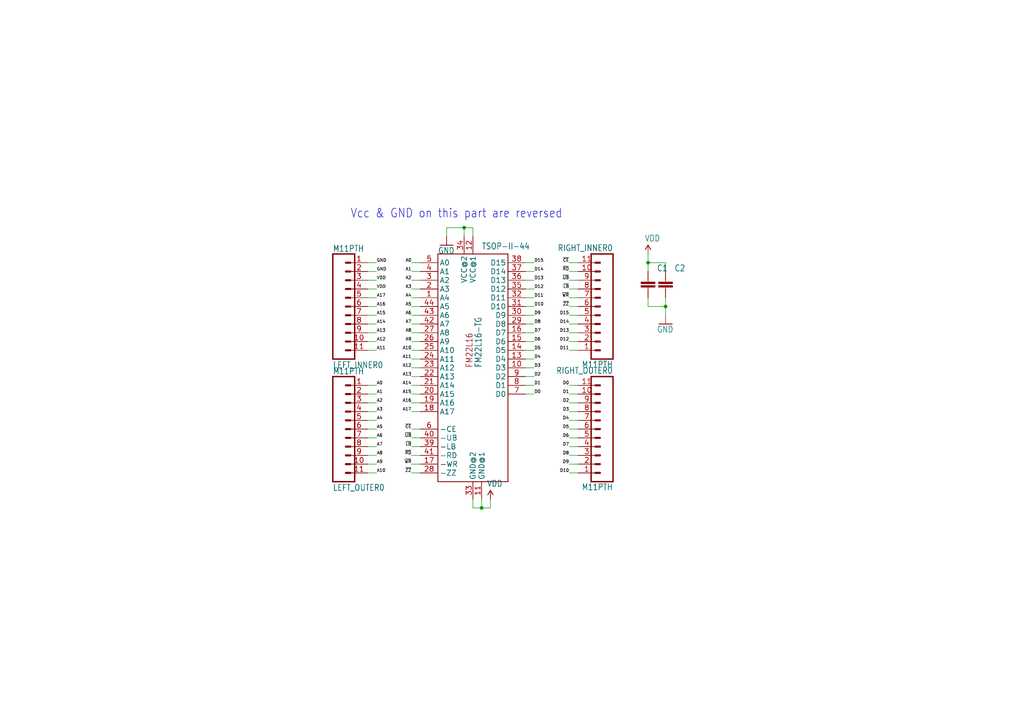
<source format=kicad_sch>
(kicad_sch (version 20250114) (generator "eeschema") (generator_version "9.0")
  (paper "A4")
  (lib_symbols
    (symbol "TSOP-II-44_v3_E6.6-eagle-import:CAPACITOR_NPOL-0603"
      (property "Reference" "C" (at 2.54 5.08 0))
      (symbol "CAPACITOR_NPOL-0603_1_0"
        (rectangle (start -2.032 1.524) (end 2.032 2.032) (fill (type outline)))
        (rectangle (start -2.032 0.508) (end 2.032 1.016) (fill (type outline)))
        (polyline (pts (xy 0 2.54) (xy 0 2.032)) (stroke (width 0.1524)))
        (polyline (pts (xy 0 0) (xy 0 0.508)) (stroke (width 0.1524)))
        (pin passive line (at 0 5.08 270) (length 2.54) (name "1") (number "1"))
        (pin passive line (at 0 -2.54 90) (length 2.54) (name "2") (number "2"))
      )
    )
    (symbol "TSOP-II-44_v3_E6.6-eagle-import:FM22L16-TG"
      (property "Reference" "IC" (at 2.54 24.13 0))
      (symbol "FM22L16-TG_1_0"
        (polyline (pts (xy -10.16 22.86) (xy -10.16 -43.18)) (stroke (width 0.254)))
        (polyline (pts (xy -10.16 -43.18) (xy 10.16 -43.18)) (stroke (width 0.254)))
        (polyline (pts (xy 10.16 22.86) (xy -10.16 22.86)) (stroke (width 0.254)))
        (polyline (pts (xy 10.16 -43.18) (xy 10.16 22.86)) (stroke (width 0.254)))
        (text "FM22L16" (at 0 -10.16 900) (effects (font (size 1.778 1.5113)) (justify left bottom)))
        (pin input line (at -15.24 20.32 0) (length 5.08) (name "A0") (number "5"))
        (pin input line (at -15.24 17.78 0) (length 5.08) (name "A1") (number "4"))
        (pin input line (at -15.24 15.24 0) (length 5.08) (name "A2") (number "3"))
        (pin input line (at -15.24 12.7 0) (length 5.08) (name "A3") (number "2"))
        (pin input line (at -15.24 10.16 0) (length 5.08) (name "A4") (number "1"))
        (pin input line (at -15.24 7.62 0) (length 5.08) (name "A5") (number "44"))
        (pin input line (at -15.24 5.08 0) (length 5.08) (name "A6") (number "43"))
        (pin input line (at -15.24 2.54 0) (length 5.08) (name "A7") (number "42"))
        (pin input line (at -15.24 0 0) (length 5.08) (name "A8") (number "27"))
        (pin input line (at -15.24 -2.54 0) (length 5.08) (name "A9") (number "26"))
        (pin input line (at -15.24 -5.08 0) (length 5.08) (name "A10") (number "25"))
        (pin input line (at -15.24 -7.62 0) (length 5.08) (name "A11") (number "24"))
        (pin input line (at -15.24 -10.16 0) (length 5.08) (name "A12") (number "23"))
        (pin input line (at -15.24 -12.7 0) (length 5.08) (name "A13") (number "22"))
        (pin input line (at -15.24 -15.24 0) (length 5.08) (name "A14") (number "21"))
        (pin input line (at -15.24 -17.78 0) (length 5.08) (name "A15") (number "20"))
        (pin input line (at -15.24 -20.32 0) (length 5.08) (name "A16") (number "19"))
        (pin input line (at -15.24 -22.86 0) (length 5.08) (name "A17") (number "18"))
        (pin input line (at -15.24 -27.94 0) (length 5.08) (name "-CE") (number "6"))
        (pin input line (at -15.24 -30.48 0) (length 5.08) (name "-UB") (number "40"))
        (pin input line (at -15.24 -33.02 0) (length 5.08) (name "-LB") (number "39"))
        (pin input line (at -15.24 -35.56 0) (length 5.08) (name "-RD") (number "41"))
        (pin input line (at -15.24 -38.1 0) (length 5.08) (name "-WR") (number "17"))
        (pin input line (at -15.24 -40.64 0) (length 5.08) (name "-ZZ") (number "28"))
        (pin power_in line (at -2.54 27.94 270) (length 5.08) (name "VCC@2") (number "34"))
        (pin power_in line (at 0 27.94 270) (length 5.08) (name "VCC@1") (number "12"))
        (pin power_in line (at 0 -48.26 90) (length 5.08) (name "GND@2") (number "33"))
        (pin power_in line (at 2.54 -48.26 90) (length 5.08) (name "GND@1") (number "11"))
        (pin bidirectional line (at 15.24 20.32 180) (length 5.08) (name "D15") (number "38"))
        (pin bidirectional line (at 15.24 17.78 180) (length 5.08) (name "D14") (number "37"))
        (pin bidirectional line (at 15.24 15.24 180) (length 5.08) (name "D13") (number "36"))
        (pin bidirectional line (at 15.24 12.7 180) (length 5.08) (name "D12") (number "35"))
        (pin bidirectional line (at 15.24 10.16 180) (length 5.08) (name "D11") (number "32"))
        (pin bidirectional line (at 15.24 7.62 180) (length 5.08) (name "D10") (number "31"))
        (pin bidirectional line (at 15.24 5.08 180) (length 5.08) (name "D9") (number "30"))
        (pin bidirectional line (at 15.24 2.54 180) (length 5.08) (name "D8") (number "29"))
        (pin bidirectional line (at 15.24 0 180) (length 5.08) (name "D7") (number "16"))
        (pin bidirectional line (at 15.24 -2.54 180) (length 5.08) (name "D6") (number "15"))
        (pin bidirectional line (at 15.24 -5.08 180) (length 5.08) (name "D5") (number "14"))
        (pin bidirectional line (at 15.24 -7.62 180) (length 5.08) (name "D4") (number "13"))
        (pin bidirectional line (at 15.24 -10.16 180) (length 5.08) (name "D3") (number "10"))
        (pin bidirectional line (at 15.24 -12.7 180) (length 5.08) (name "D2") (number "9"))
        (pin bidirectional line (at 15.24 -15.24 180) (length 5.08) (name "D1") (number "8"))
        (pin bidirectional line (at 15.24 -17.78 180) (length 5.08) (name "D0") (number "7"))
      )
    )
    (symbol "TSOP-II-44_v3_E6.6-eagle-import:GND" (power)
      (symbol "GND_1_0"
        (polyline (pts (xy -1.905 0) (xy 1.905 0)) (stroke (width 0.254)))
        (pin power_in line (at 0 2.54 270) (length 2.54) (name "GND") (number "1"))
      )
    )
    (symbol "TSOP-II-44_v3_E6.6-eagle-import:M11PTH"
      (property "Reference" "JP" (at 0 16.002 0))
      (symbol "M11PTH_1_0"
        (polyline (pts (xy 0 15.24) (xy 0 -15.24)) (stroke (width 0.4064)))
        (polyline (pts (xy 0 15.24) (xy 6.35 15.24)) (stroke (width 0.4064)))
        (polyline (pts (xy 3.81 12.7) (xy 5.08 12.7)) (stroke (width 0.6096)))
        (polyline (pts (xy 3.81 10.16) (xy 5.08 10.16)) (stroke (width 0.6096)))
        (polyline (pts (xy 3.81 7.62) (xy 5.08 7.62)) (stroke (width 0.6096)))
        (polyline (pts (xy 3.81 5.08) (xy 5.08 5.08)) (stroke (width 0.6096)))
        (polyline (pts (xy 3.81 2.54) (xy 5.08 2.54)) (stroke (width 0.6096)))
        (polyline (pts (xy 3.81 0) (xy 5.08 0)) (stroke (width 0.6096)))
        (polyline (pts (xy 3.81 -2.54) (xy 5.08 -2.54)) (stroke (width 0.6096)))
        (polyline (pts (xy 3.81 -5.08) (xy 5.08 -5.08)) (stroke (width 0.6096)))
        (polyline (pts (xy 3.81 -7.62) (xy 5.08 -7.62)) (stroke (width 0.6096)))
        (polyline (pts (xy 3.81 -10.16) (xy 5.08 -10.16)) (stroke (width 0.6096)))
        (polyline (pts (xy 3.81 -12.7) (xy 5.08 -12.7)) (stroke (width 0.6096)))
        (polyline (pts (xy 6.35 -15.24) (xy 0 -15.24)) (stroke (width 0.4064)))
        (polyline (pts (xy 6.35 -15.24) (xy 6.35 15.24)) (stroke (width 0.4064)))
        (pin passive line (at 10.16 12.7 180) (length 5.08) (name "11") (number "11"))
        (pin passive line (at 10.16 10.16 180) (length 5.08) (name "10") (number "10"))
        (pin passive line (at 10.16 7.62 180) (length 5.08) (name "9") (number "9"))
        (pin passive line (at 10.16 5.08 180) (length 5.08) (name "8") (number "8"))
        (pin passive line (at 10.16 2.54 180) (length 5.08) (name "7") (number "7"))
        (pin passive line (at 10.16 0 180) (length 5.08) (name "6") (number "6"))
        (pin passive line (at 10.16 -2.54 180) (length 5.08) (name "5") (number "5"))
        (pin passive line (at 10.16 -5.08 180) (length 5.08) (name "4") (number "4"))
        (pin passive line (at 10.16 -7.62 180) (length 5.08) (name "3") (number "3"))
        (pin passive line (at 10.16 -10.16 180) (length 5.08) (name "2") (number "2"))
        (pin passive line (at 10.16 -12.7 180) (length 5.08) (name "1") (number "1"))
      )
    )
    (symbol "TSOP-II-44_v3_E6.6-eagle-import:VDD" (power)
      (symbol "VDD_1_0"
        (polyline (pts (xy 0 2.54) (xy -0.762 1.27)) (stroke (width 0.254)))
        (polyline (pts (xy 0.762 1.27) (xy 0 2.54)) (stroke (width 0.254)))
        (pin power_in line (at 0 0 90) (length 2.54) (name "VDD") (number "1"))
      )
    )
  )
  (text "Vcc & GND on this part are reversed~{}" (at 101.6 63.5 0) (effects (font (size 2.54 2.159)) (justify left bottom)))
  (junction (at 139.7 147.32))
  (junction (at 193.04 88.9))
  (junction (at 187.96 76.2))
  (junction (at 134.62 66.04))
  (wire (pts (xy 187.96 76.2) (xy 193.04 76.2)) (stroke (width 0.1524)))
  (wire (pts (xy 129.54 68.58) (xy 129.54 66.04)) (stroke (width 0.1524)))
  (wire (pts (xy 119.38 127) (xy 121.92 127)) (stroke (width 0.1524)))
  (wire (pts (xy 137.16 66.04) (xy 137.16 68.58)) (stroke (width 0.1524)))
  (wire (pts (xy 119.38 114.3) (xy 121.92 114.3)) (stroke (width 0.1524)))
  (wire (pts (xy 119.38 101.6) (xy 121.92 101.6)) (stroke (width 0.1524)))
  (wire (pts (xy 119.38 88.9) (xy 121.92 88.9)) (stroke (width 0.1524)))
  (wire (pts (xy 119.38 104.14) (xy 121.92 104.14)) (stroke (width 0.1524)))
  (wire (pts (xy 109.22 91.44) (xy 106.68 91.44)) (stroke (width 0.1524)))
  (wire (pts (xy 154.94 88.9) (xy 152.4 88.9)) (stroke (width 0.1524)))
  (wire (pts (xy 134.62 68.58) (xy 134.62 66.04)) (stroke (width 0.1524)))
  (wire (pts (xy 109.22 124.46) (xy 106.68 124.46)) (stroke (width 0.1524)))
  (wire (pts (xy 109.22 116.84) (xy 106.68 116.84)) (stroke (width 0.1524)))
  (wire (pts (xy 119.38 106.68) (xy 121.92 106.68)) (stroke (width 0.1524)))
  (wire (pts (xy 165.1 86.36) (xy 167.64 86.36)) (stroke (width 0.1524)))
  (wire (pts (xy 165.1 129.54) (xy 167.64 129.54)) (stroke (width 0.1524)))
  (wire (pts (xy 109.22 132.08) (xy 106.68 132.08)) (stroke (width 0.1524)))
  (wire (pts (xy 165.1 137.16) (xy 167.64 137.16)) (stroke (width 0.1524)))
  (wire (pts (xy 119.38 78.74) (xy 121.92 78.74)) (stroke (width 0.1524)))
  (wire (pts (xy 154.94 91.44) (xy 152.4 91.44)) (stroke (width 0.1524)))
  (wire (pts (xy 109.22 127) (xy 106.68 127)) (stroke (width 0.1524)))
  (wire (pts (xy 137.16 147.32) (xy 139.7 147.32)) (stroke (width 0.1524)))
  (wire (pts (xy 165.1 88.9) (xy 167.64 88.9)) (stroke (width 0.1524)))
  (wire (pts (xy 165.1 119.38) (xy 167.64 119.38)) (stroke (width 0.1524)))
  (wire (pts (xy 154.94 86.36) (xy 152.4 86.36)) (stroke (width 0.1524)))
  (wire (pts (xy 109.22 114.3) (xy 106.68 114.3)) (stroke (width 0.1524)))
  (wire (pts (xy 165.1 124.46) (xy 167.64 124.46)) (stroke (width 0.1524)))
  (wire (pts (xy 154.94 93.98) (xy 152.4 93.98)) (stroke (width 0.1524)))
  (wire (pts (xy 119.38 116.84) (xy 121.92 116.84)) (stroke (width 0.1524)))
  (wire (pts (xy 109.22 78.74) (xy 106.68 78.74)) (stroke (width 0.1524)))
  (wire (pts (xy 119.38 129.54) (xy 121.92 129.54)) (stroke (width 0.1524)))
  (wire (pts (xy 165.1 101.6) (xy 167.64 101.6)) (stroke (width 0.1524)))
  (wire (pts (xy 119.38 119.38) (xy 121.92 119.38)) (stroke (width 0.1524)))
  (wire (pts (xy 109.22 101.6) (xy 106.68 101.6)) (stroke (width 0.1524)))
  (wire (pts (xy 119.38 99.06) (xy 121.92 99.06)) (stroke (width 0.1524)))
  (wire (pts (xy 109.22 129.54) (xy 106.68 129.54)) (stroke (width 0.1524)))
  (wire (pts (xy 109.22 93.98) (xy 106.68 93.98)) (stroke (width 0.1524)))
  (wire (pts (xy 187.96 73.66) (xy 187.96 76.2)) (stroke (width 0.1524)))
  (wire (pts (xy 109.22 83.82) (xy 106.68 83.82)) (stroke (width 0.1524)))
  (wire (pts (xy 109.22 111.76) (xy 106.68 111.76)) (stroke (width 0.1524)))
  (wire (pts (xy 137.16 144.78) (xy 137.16 147.32)) (stroke (width 0.1524)))
  (wire (pts (xy 165.1 78.74) (xy 167.64 78.74)) (stroke (width 0.1524)))
  (wire (pts (xy 165.1 99.06) (xy 167.64 99.06)) (stroke (width 0.1524)))
  (wire (pts (xy 119.38 93.98) (xy 121.92 93.98)) (stroke (width 0.1524)))
  (wire (pts (xy 165.1 81.28) (xy 167.64 81.28)) (stroke (width 0.1524)))
  (wire (pts (xy 109.22 76.2) (xy 106.68 76.2)) (stroke (width 0.1524)))
  (wire (pts (xy 109.22 134.62) (xy 106.68 134.62)) (stroke (width 0.1524)))
  (wire (pts (xy 109.22 86.36) (xy 106.68 86.36)) (stroke (width 0.1524)))
  (wire (pts (xy 121.92 134.62) (xy 119.38 134.62)) (stroke (width 0.1524)))
  (wire (pts (xy 154.94 99.06) (xy 152.4 99.06)) (stroke (width 0.1524)))
  (wire (pts (xy 165.1 116.84) (xy 167.64 116.84)) (stroke (width 0.1524)))
  (wire (pts (xy 165.1 114.3) (xy 167.64 114.3)) (stroke (width 0.1524)))
  (wire (pts (xy 109.22 88.9) (xy 106.68 88.9)) (stroke (width 0.1524)))
  (wire (pts (xy 154.94 83.82) (xy 152.4 83.82)) (stroke (width 0.1524)))
  (wire (pts (xy 139.7 144.78) (xy 139.7 147.32)) (stroke (width 0.1524)))
  (wire (pts (xy 109.22 137.16) (xy 106.68 137.16)) (stroke (width 0.1524)))
  (wire (pts (xy 121.92 137.16) (xy 119.38 137.16)) (stroke (width 0.1524)))
  (wire (pts (xy 119.38 109.22) (xy 121.92 109.22)) (stroke (width 0.1524)))
  (wire (pts (xy 109.22 81.28) (xy 106.68 81.28)) (stroke (width 0.1524)))
  (wire (pts (xy 193.04 76.2) (xy 193.04 78.74)) (stroke (width 0.1524)))
  (wire (pts (xy 119.38 81.28) (xy 121.92 81.28)) (stroke (width 0.1524)))
  (wire (pts (xy 119.38 111.76) (xy 121.92 111.76)) (stroke (width 0.1524)))
  (wire (pts (xy 119.38 86.36) (xy 121.92 86.36)) (stroke (width 0.1524)))
  (wire (pts (xy 165.1 132.08) (xy 167.64 132.08)) (stroke (width 0.1524)))
  (wire (pts (xy 109.22 99.06) (xy 106.68 99.06)) (stroke (width 0.1524)))
  (wire (pts (xy 165.1 134.62) (xy 167.64 134.62)) (stroke (width 0.1524)))
  (wire (pts (xy 109.22 119.38) (xy 106.68 119.38)) (stroke (width 0.1524)))
  (wire (pts (xy 187.96 86.36) (xy 187.96 88.9)) (stroke (width 0.1524)))
  (wire (pts (xy 154.94 104.14) (xy 152.4 104.14)) (stroke (width 0.1524)))
  (wire (pts (xy 154.94 109.22) (xy 152.4 109.22)) (stroke (width 0.1524)))
  (wire (pts (xy 142.24 144.78) (xy 142.24 147.32)) (stroke (width 0.1524)))
  (wire (pts (xy 142.24 147.32) (xy 139.7 147.32)) (stroke (width 0.1524)))
  (wire (pts (xy 193.04 86.36) (xy 193.04 88.9)) (stroke (width 0.1524)))
  (wire (pts (xy 119.38 124.46) (xy 121.92 124.46)) (stroke (width 0.1524)))
  (wire (pts (xy 154.94 81.28) (xy 152.4 81.28)) (stroke (width 0.1524)))
  (wire (pts (xy 154.94 78.74) (xy 152.4 78.74)) (stroke (width 0.1524)))
  (wire (pts (xy 154.94 76.2) (xy 152.4 76.2)) (stroke (width 0.1524)))
  (wire (pts (xy 154.94 111.76) (xy 152.4 111.76)) (stroke (width 0.1524)))
  (wire (pts (xy 119.38 91.44) (xy 121.92 91.44)) (stroke (width 0.1524)))
  (wire (pts (xy 165.1 96.52) (xy 167.64 96.52)) (stroke (width 0.1524)))
  (wire (pts (xy 165.1 83.82) (xy 167.64 83.82)) (stroke (width 0.1524)))
  (wire (pts (xy 193.04 88.9) (xy 193.04 91.44)) (stroke (width 0.1524)))
  (wire (pts (xy 187.96 88.9) (xy 193.04 88.9)) (stroke (width 0.1524)))
  (wire (pts (xy 129.54 66.04) (xy 134.62 66.04)) (stroke (width 0.1524)))
  (wire (pts (xy 137.16 66.04) (xy 134.62 66.04)) (stroke (width 0.1524)))
  (wire (pts (xy 119.38 96.52) (xy 121.92 96.52)) (stroke (width 0.1524)))
  (wire (pts (xy 165.1 91.44) (xy 167.64 91.44)) (stroke (width 0.1524)))
  (wire (pts (xy 165.1 93.98) (xy 167.64 93.98)) (stroke (width 0.1524)))
  (wire (pts (xy 165.1 111.76) (xy 167.64 111.76)) (stroke (width 0.1524)))
  (wire (pts (xy 121.92 132.08) (xy 119.38 132.08)) (stroke (width 0.1524)))
  (wire (pts (xy 119.38 76.2) (xy 121.92 76.2)) (stroke (width 0.1524)))
  (wire (pts (xy 165.1 121.92) (xy 167.64 121.92)) (stroke (width 0.1524)))
  (wire (pts (xy 165.1 76.2) (xy 167.64 76.2)) (stroke (width 0.1524)))
  (wire (pts (xy 154.94 101.6) (xy 152.4 101.6)) (stroke (width 0.1524)))
  (wire (pts (xy 109.22 96.52) (xy 106.68 96.52)) (stroke (width 0.1524)))
  (wire (pts (xy 109.22 121.92) (xy 106.68 121.92)) (stroke (width 0.1524)))
  (wire (pts (xy 154.94 96.52) (xy 152.4 96.52)) (stroke (width 0.1524)))
  (wire (pts (xy 154.94 106.68) (xy 152.4 106.68)) (stroke (width 0.1524)))
  (wire (pts (xy 187.96 78.74) (xy 187.96 76.2)) (stroke (width 0.1524)))
  (wire (pts (xy 154.94 114.3) (xy 152.4 114.3)) (stroke (width 0.1524)))
  (wire (pts (xy 119.38 83.82) (xy 121.92 83.82)) (stroke (width 0.1524)))
  (wire (pts (xy 165.1 127) (xy 167.64 127)) (stroke (width 0.1524)))
  (label "A7" (at 109.22 129.54 0) (effects (font (size 0.889 0.889))))
  (label "~{WR}" (at 119.38 134.62 180) (effects (font (size 0.889 0.889))))
  (label "D14" (at 154.94 78.74 0) (effects (font (size 0.889 0.889))))
  (label "A0" (at 119.38 76.2 180) (effects (font (size 0.889 0.889))))
  (label "D10" (at 154.94 88.9 0) (effects (font (size 0.889 0.889))))
  (label "A2" (at 119.38 81.28 180) (effects (font (size 0.889 0.889))))
  (label "D6" (at 165.1 127 180) (effects (font (size 0.889 0.889))))
  (label "A11" (at 119.38 104.14 180) (effects (font (size 0.889 0.889))))
  (label "A3" (at 109.22 119.38 0) (effects (font (size 0.889 0.889))))
  (label "D15" (at 165.1 91.44 180) (effects (font (size 0.889 0.889))))
  (label "~{UB}" (at 165.1 81.28 180) (effects (font (size 0.889 0.889))))
  (label "A5" (at 109.22 124.46 0) (effects (font (size 0.889 0.889))))
  (label "D7" (at 165.1 129.54 180) (effects (font (size 0.889 0.889))))
  (label "A9" (at 119.38 99.06 180) (effects (font (size 0.889 0.889))))
  (label "A5" (at 119.38 88.9 180) (effects (font (size 0.889 0.889))))
  (label "D9" (at 154.94 91.44 0) (effects (font (size 0.889 0.889))))
  (label "A16" (at 109.22 88.9 0) (effects (font (size 0.889 0.889))))
  (label "A12" (at 119.38 106.68 180) (effects (font (size 0.889 0.889))))
  (label "A13" (at 119.38 109.22 180) (effects (font (size 0.889 0.889))))
  (label "A4" (at 119.38 86.36 180) (effects (font (size 0.889 0.889))))
  (label "D4" (at 154.94 104.14 0) (effects (font (size 0.889 0.889))))
  (label "~{RD}" (at 165.1 78.74 180) (effects (font (size 0.889 0.889))))
  (label "D6" (at 154.94 99.06 0) (effects (font (size 0.889 0.889))))
  (label "A14" (at 119.38 111.76 180) (effects (font (size 0.889 0.889))))
  (label "A2" (at 109.22 116.84 0) (effects (font (size 0.889 0.889))))
  (label "A12" (at 109.22 99.06 0) (effects (font (size 0.889 0.889))))
  (label "~{CE}" (at 165.1 76.2 180) (effects (font (size 0.889 0.889))))
  (label "A10" (at 109.22 137.16 0) (effects (font (size 0.889 0.889))))
  (label "D1" (at 165.1 114.3 180) (effects (font (size 0.889 0.889))))
  (label "A15" (at 119.38 114.3 180) (effects (font (size 0.889 0.889))))
  (label "D3" (at 154.94 106.68 0) (effects (font (size 0.889 0.889))))
  (label "D13" (at 165.1 96.52 180) (effects (font (size 0.889 0.889))))
  (label "~{RD}" (at 119.38 132.08 180) (effects (font (size 0.889 0.889))))
  (label "D5" (at 165.1 124.46 180) (effects (font (size 0.889 0.889))))
  (label "A0" (at 109.22 111.76 0) (effects (font (size 0.889 0.889))))
  (label "D12" (at 165.1 99.06 180) (effects (font (size 0.889 0.889))))
  (label "D15" (at 154.94 76.2 0) (effects (font (size 0.889 0.889))))
  (label "D0" (at 165.1 111.76 180) (effects (font (size 0.889 0.889))))
  (label "D7" (at 154.94 96.52 0) (effects (font (size 0.889 0.889))))
  (label "A14" (at 109.22 93.98 0) (effects (font (size 0.889 0.889))))
  (label "A16" (at 119.38 116.84 180) (effects (font (size 0.889 0.889))))
  (label "D3" (at 165.1 119.38 180) (effects (font (size 0.889 0.889))))
  (label "D13" (at 154.94 81.28 0) (effects (font (size 0.889 0.889))))
  (label "D10" (at 165.1 137.16 180) (effects (font (size 0.889 0.889))))
  (label "D8" (at 154.94 93.98 0) (effects (font (size 0.889 0.889))))
  (label "D11" (at 165.1 101.6 180) (effects (font (size 0.889 0.889))))
  (label "A4" (at 109.22 121.92 0) (effects (font (size 0.889 0.889))))
  (label "A7" (at 119.38 93.98 180) (effects (font (size 0.889 0.889))))
  (label "GND" (at 109.22 76.2 0) (effects (font (size 0.889 0.889))))
  (label "A1" (at 119.38 78.74 180) (effects (font (size 0.889 0.889))))
  (label "A8" (at 109.22 132.08 0) (effects (font (size 0.889 0.889))))
  (label "A9" (at 109.22 134.62 0) (effects (font (size 0.889 0.889))))
  (label "D12" (at 154.94 83.82 0) (effects (font (size 0.889 0.889))))
  (label "GND" (at 109.22 78.74 0) (effects (font (size 0.889 0.889))))
  (label "D14" (at 165.1 93.98 180) (effects (font (size 0.889 0.889))))
  (label "A6" (at 109.22 127 0) (effects (font (size 0.889 0.889))))
  (label "A10" (at 119.38 101.6 180) (effects (font (size 0.889 0.889))))
  (label "~{WR}" (at 165.1 86.36 180) (effects (font (size 0.889 0.889))))
  (label "A8" (at 119.38 96.52 180) (effects (font (size 0.889 0.889))))
  (label "A15" (at 109.22 91.44 0) (effects (font (size 0.889 0.889))))
  (label "D2" (at 154.94 109.22 0) (effects (font (size 0.889 0.889))))
  (label "~{LB}" (at 119.38 129.54 180) (effects (font (size 0.889 0.889))))
  (label "A1" (at 109.22 114.3 0) (effects (font (size 0.889 0.889))))
  (label "A17" (at 119.38 119.38 180) (effects (font (size 0.889 0.889))))
  (label "D11" (at 154.94 86.36 0) (effects (font (size 0.889 0.889))))
  (label "~{LB}" (at 165.1 83.82 180) (effects (font (size 0.889 0.889))))
  (label "~{ZZ}" (at 165.1 88.9 180) (effects (font (size 0.889 0.889))))
  (label "~{ZZ}" (at 119.38 137.16 180) (effects (font (size 0.889 0.889))))
  (label "VDD" (at 109.22 83.82 0) (effects (font (size 0.889 0.889))))
  (label "A11" (at 109.22 101.6 0) (effects (font (size 0.889 0.889))))
  (label "A3" (at 119.38 83.82 180) (effects (font (size 0.889 0.889))))
  (label "A13" (at 109.22 96.52 0) (effects (font (size 0.889 0.889))))
  (label "D8" (at 165.1 132.08 180) (effects (font (size 0.889 0.889))))
  (label "D4" (at 165.1 121.92 180) (effects (font (size 0.889 0.889))))
  (label "D1" (at 154.94 111.76 0) (effects (font (size 0.889 0.889))))
  (label "A17" (at 109.22 86.36 0) (effects (font (size 0.889 0.889))))
  (label "D2" (at 165.1 116.84 180) (effects (font (size 0.889 0.889))))
  (label "D5" (at 154.94 101.6 0) (effects (font (size 0.889 0.889))))
  (label "VDD" (at 109.22 81.28 0) (effects (font (size 0.889 0.889))))
  (label "D9" (at 165.1 134.62 180) (effects (font (size 0.889 0.889))))
  (label "~{CE}" (at 119.38 124.46 180) (effects (font (size 0.889 0.889))))
  (label "A6" (at 119.38 91.44 180) (effects (font (size 0.889 0.889))))
  (label "~{UB}" (at 119.38 127 180) (effects (font (size 0.889 0.889))))
  (label "D0" (at 154.94 114.3 0) (effects (font (size 0.889 0.889))))
  (symbol (lib_id "TSOP-II-44_v3_E6.6-eagle-import:M11PTH") (at 96.52 124.46 0) (mirror x) (unit 1)
    (property "Reference" "LEFT_OUTER0" (at 96.52 140.462 0) (effects (font (size 1.778 1.5113)) (justify left bottom)))
    (property "Value" "M11PTH" (at 96.52 106.68 0) (effects (font (size 1.778 1.5113)) (justify left bottom)))
    (property "Footprint" "TSOP-II-44_v3_E6.6:1X11" (effects (hide yes)))
  )
  (symbol (lib_id "TSOP-II-44_v3_E6.6-eagle-import:GND") (at 129.54 71.12 0) (unit 1)
    (property "Reference" "#GND1" (effects (hide yes)))
    (property "Value" "GND" (at 127 73.66 0) (effects (font (size 1.778 1.5113)) (justify left bottom)))
  )
  (symbol (lib_id "TSOP-II-44_v3_E6.6-eagle-import:FM22L16-TG") (at 137.16 96.52 0) (unit 1)
    (property "Reference" "TSOP-II-44" (at 139.7 72.39 0) (effects (font (size 1.778 1.5113)) (justify left bottom)))
    (property "Value" "FM22L16-TG" (at 139.7 106.68 90) (effects (font (size 1.778 1.5113)) (justify left bottom)))
    (property "Footprint" "TSOP-II-44_v3_E6.6:TSOPII-44" (effects (hide yes)))
  )
  (symbol (lib_id "TSOP-II-44_v3_E6.6-eagle-import:CAPACITOR_NPOL-0603") (at 193.04 83.82 0) (unit 1)
    (property "Reference" "C2" (at 195.58 78.74 0) (effects (font (size 1.778 1.5113)) (justify left bottom)))
    (property "Value" "CAPACITOR_NPOL-0603" (effects (hide yes)))
    (property "Footprint" "TSOP-II-44_v3_E6.6:C603" (effects (hide yes)))
  )
  (symbol (lib_id "TSOP-II-44_v3_E6.6-eagle-import:M11PTH") (at 177.8 88.9 0) (mirror y) (unit 1)
    (property "Reference" "RIGHT_INNER0" (at 177.8 72.898 0) (effects (font (size 1.778 1.5113)) (justify left bottom)))
    (property "Value" "M11PTH" (at 177.8 106.68 0) (effects (font (size 1.778 1.5113)) (justify left bottom)))
    (property "Footprint" "TSOP-II-44_v3_E6.6:1X11" (effects (hide yes)))
  )
  (symbol (lib_id "TSOP-II-44_v3_E6.6-eagle-import:M11PTH") (at 177.8 124.46 0) (mirror y) (unit 1)
    (property "Reference" "RIGHT_OUTER0" (at 177.8 108.458 0) (effects (font (size 1.778 1.5113)) (justify left bottom)))
    (property "Value" "M11PTH" (at 177.8 142.24 0) (effects (font (size 1.778 1.5113)) (justify left bottom)))
    (property "Footprint" "TSOP-II-44_v3_E6.6:1X11" (effects (hide yes)))
  )
  (symbol (lib_id "TSOP-II-44_v3_E6.6-eagle-import:VDD") (at 142.24 144.78 0) (unit 1)
    (property "Reference" "#SUPPLY1" (effects (hide yes)))
    (property "Value" "VDD" (at 141.224 141.224 0) (effects (font (size 1.778 1.5113)) (justify left bottom)))
  )
  (symbol (lib_id "TSOP-II-44_v3_E6.6-eagle-import:GND") (at 193.04 93.98 0) (unit 1)
    (property "Reference" "#GND2" (effects (hide yes)))
    (property "Value" "GND" (at 190.5 96.52 0) (effects (font (size 1.778 1.5113)) (justify left bottom)))
  )
  (symbol (lib_id "TSOP-II-44_v3_E6.6-eagle-import:CAPACITOR_NPOL-0603") (at 187.96 83.82 0) (unit 1)
    (property "Reference" "C1" (at 190.5 78.74 0) (effects (font (size 1.778 1.5113)) (justify left bottom)))
    (property "Value" "CAPACITOR_NPOL-0603" (effects (hide yes)))
    (property "Footprint" "TSOP-II-44_v3_E6.6:C603" (effects (hide yes)))
  )
  (symbol (lib_id "TSOP-II-44_v3_E6.6-eagle-import:M11PTH") (at 96.52 88.9 0) (mirror x) (unit 1)
    (property "Reference" "LEFT_INNER0" (at 96.52 104.902 0) (effects (font (size 1.778 1.5113)) (justify left bottom)))
    (property "Value" "M11PTH" (at 96.52 71.12 0) (effects (font (size 1.778 1.5113)) (justify left bottom)))
    (property "Footprint" "TSOP-II-44_v3_E6.6:1X11" (effects (hide yes)))
  )
  (symbol (lib_id "TSOP-II-44_v3_E6.6-eagle-import:VDD") (at 187.96 73.66 0) (unit 1)
    (property "Reference" "#SUPPLY2" (effects (hide yes)))
    (property "Value" "VDD" (at 186.944 70.104 0) (effects (font (size 1.778 1.5113)) (justify left bottom)))
  )
)
</source>
